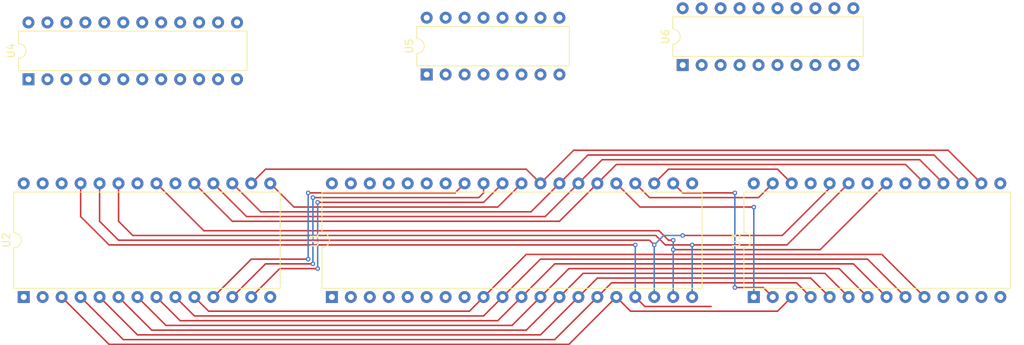
<source format=kicad_pcb>
(kicad_pcb (version 20221018) (generator pcbnew)
  (layers (0 "F.Cu" signal) (31 "B.Cu" signal) (34 "B.Paste" user) (35 "F.Paste" user) (36 "B.SilkS" user "B.Silkscreen") (37 "F.SilkS" user "F.Silkscreen") (38 "B.Mask" user) (39 "F.Mask" user) (44 "Edge.Cuts" user))
  (net 0 "")
  (net 2 "VCC")
  (net 3 "/CLOCKB")
  (net 6 "/A0")
  (net 7 "/A1")
  (net 8 "/A2")
  (net 9 "/A3")
  (net 10 "/A4")
  (net 11 "/A5")
  (net 12 "/A6")
  (net 13 "/A7")
  (net 14 "/A8")
  (net 15 "/A9")
  (net 16 "/A10")
  (net 17 "/A11")
  (net 18 "GND")
  (net 19 "/A12")
  (net 20 "/A13")
  (net 21 "/A14")
  (net 22 "/A15")
  (net 23 "/D7")
  (net 24 "/D6")
  (net 25 "/D5")
  (net 26 "/D4")
  (net 27 "/D3")
  (net 28 "/D2")
  (net 29 "/D1")
  (net 30 "/D0")
  (net 31 "/RWB")
  (net 33 "/CLOCK")
  (net 36 "/RES")
  (net 37 "/CS_RAM")
  (net 38 "/QOE")
  (net 39 "/QWE_RAM")
  (net 40 "/CS_ROM")
  (net 42 "/D8")
  (net 43 "/D9")
  (net 44 "/D10")
  (net 45 "/D11")
  (net 46 "/D12")
  (net 47 "/D13")
  (net 48 "/D14")
  (net 49 "/D15")
  (net 50 "/IO_SEL")
  (footprint "Package_DIP:DIP-28_W15.24mm" (layer "F.Cu") (at 24.765 62.23 90)
    (fp_text reference "U2" (at 7.62 -2.33 90) (layer "F.SilkS"))
    (fp_text value "HM62256BLP")
    (fp_line (start 1.16 -1.33) (end 1.16 34.35) (stroke (width 0.12)) (layer "F.SilkS"))
    (fp_line (start 1.16 34.35) (end 14.08 34.35) (stroke (width 0.12)) (layer "F.SilkS"))
    (fp_line (start 6.62 -1.33) (end 1.16 -1.33) (stroke (width 0.12)) (layer "F.SilkS"))
    (fp_line (start 14.08 -1.33) (end 8.62 -1.33) (stroke (width 0.12)) (layer "F.SilkS"))
    (fp_line (start 14.08 34.35) (end 14.08 -1.33) (stroke (width 0.12)) (layer "F.SilkS"))
    (fp_arc (start 8.62 -1.33) (mid 7.62 -0.33) (end 6.62 -1.33) (stroke (width 0.12)) (layer "F.SilkS"))
    (pad "1" thru_hole rect (at 0 0 90) (size 1.6 1.6) (drill 0.8) (layers "*.Cu" "*.Mask") (net 21 "/A14"))
    (pad "2" thru_hole oval (at 0 2.54 90) (size 1.6 1.6) (drill 0.8) (layers "*.Cu" "*.Mask") (net 19 "/A12"))
    (pad "3" thru_hole oval (at 0 5.08 90) (size 1.6 1.6) (drill 0.8) (layers "*.Cu" "*.Mask") (net 13 "/A7"))
    (pad "4" thru_hole oval (at 0 7.62 90) (size 1.6 1.6) (drill 0.8) (layers "*.Cu" "*.Mask") (net 12 "/A6"))
    (pad "5" thru_hole oval (at 0 10.16 90) (size 1.6 1.6) (drill 0.8) (layers "*.Cu" "*.Mask") (net 11 "/A5"))
    (pad "6" thru_hole oval (at 0 12.7 90) (size 1.6 1.6) (drill 0.8) (layers "*.Cu" "*.Mask") (net 10 "/A4"))
    (pad "7" thru_hole oval (at 0 15.24 90) (size 1.6 1.6) (drill 0.8) (layers "*.Cu" "*.Mask") (net 9 "/A3"))
    (pad "8" thru_hole oval (at 0 17.78 90) (size 1.6 1.6) (drill 0.8) (layers "*.Cu" "*.Mask") (net 8 "/A2"))
    (pad "9" thru_hole oval (at 0 20.32 90) (size 1.6 1.6) (drill 0.8) (layers "*.Cu" "*.Mask") (net 7 "/A1"))
    (pad "10" thru_hole oval (at 0 22.86 90) (size 1.6 1.6) (drill 0.8) (layers "*.Cu" "*.Mask") (net 6 "/A0"))
    (pad "11" thru_hole oval (at 0 25.4 90) (size 1.6 1.6) (drill 0.8) (layers "*.Cu" "*.Mask") (net 30 "/D0"))
    (pad "12" thru_hole oval (at 0 27.94 90) (size 1.6 1.6) (drill 0.8) (layers "*.Cu" "*.Mask") (net 29 "/D1"))
    (pad "13" thru_hole oval (at 0 30.48 90) (size 1.6 1.6) (drill 0.8) (layers "*.Cu" "*.Mask") (net 28 "/D2"))
    (pad "14" thru_hole oval (at 0 33.02 90) (size 1.6 1.6) (drill 0.8) (layers "*.Cu" "*.Mask") (net 18 "GND"))
    (pad "15" thru_hole oval (at 15.24 33.02 90) (size 1.6 1.6) (drill 0.8) (layers "*.Cu" "*.Mask") (net 27 "/D3"))
    (pad "16" thru_hole oval (at 15.24 30.48 90) (size 1.6 1.6) (drill 0.8) (layers "*.Cu" "*.Mask") (net 26 "/D4"))
    (pad "17" thru_hole oval (at 15.24 27.94 90) (size 1.6 1.6) (drill 0.8) (layers "*.Cu" "*.Mask") (net 25 "/D5"))
    (pad "18" thru_hole oval (at 15.24 25.4 90) (size 1.6 1.6) (drill 0.8) (layers "*.Cu" "*.Mask") (net 24 "/D6"))
    (pad "19" thru_hole oval (at 15.24 22.86 90) (size 1.6 1.6) (drill 0.8) (layers "*.Cu" "*.Mask") (net 23 "/D7"))
    (pad "20" thru_hole oval (at 15.24 20.32 90) (size 1.6 1.6) (drill 0.8) (layers "*.Cu" "*.Mask") (net 37 "/CS_RAM"))
    (pad "21" thru_hole oval (at 15.24 17.78 90) (size 1.6 1.6) (drill 0.8) (layers "*.Cu" "*.Mask") (net 16 "/A10"))
    (pad "22" thru_hole oval (at 15.24 15.24 90) (size 1.6 1.6) (drill 0.8) (layers "*.Cu" "*.Mask") (net 38 "/QOE"))
    (pad "23" thru_hole oval (at 15.24 12.7 90) (size 1.6 1.6) (drill 0.8) (layers "*.Cu" "*.Mask") (net 17 "/A11"))
    (pad "24" thru_hole oval (at 15.24 10.16 90) (size 1.6 1.6) (drill 0.8) (layers "*.Cu" "*.Mask") (net 15 "/A9"))
    (pad "25" thru_hole oval (at 15.24 7.62 90) (size 1.6 1.6) (drill 0.8) (layers "*.Cu" "*.Mask") (net 14 "/A8"))
    (pad "26" thru_hole oval (at 15.24 5.08 90) (size 1.6 1.6) (drill 0.8) (layers "*.Cu" "*.Mask") (net 20 "/A13"))
    (pad "27" thru_hole oval (at 15.24 2.54 90) (size 1.6 1.6) (drill 0.8) (layers "*.Cu" "*.Mask") (net 39 "/QWE_RAM"))
    (pad "28" thru_hole oval (at 15.24 0 90) (size 1.6 1.6) (drill 0.8) (layers "*.Cu" "*.Mask") (net 2 "VCC"))
  )
  (footprint "Package_DIP:DIP-28_W15.24mm" (layer "F.Cu") (at 122.555 62.23 90)
    (fp_text reference "U3" (at 7.62 -2.33 90) (layer "F.SilkS"))
    (fp_text value "27C512")
    (fp_line (start 1.16 -1.33) (end 1.16 34.35) (stroke (width 0.12)) (layer "F.SilkS"))
    (fp_line (start 1.16 34.35) (end 14.08 34.35) (stroke (width 0.12)) (layer "F.SilkS"))
    (fp_line (start 6.62 -1.33) (end 1.16 -1.33) (stroke (width 0.12)) (layer "F.SilkS"))
    (fp_line (start 14.08 -1.33) (end 8.62 -1.33) (stroke (width 0.12)) (layer "F.SilkS"))
    (fp_line (start 14.08 34.35) (end 14.08 -1.33) (stroke (width 0.12)) (layer "F.SilkS"))
    (fp_arc (start 8.62 -1.33) (mid 7.62 -0.33) (end 6.62 -1.33) (stroke (width 0.12)) (layer "F.SilkS"))
    (pad "1" thru_hole rect (at 0 0 90) (size 1.6 1.6) (drill 0.8) (layers "*.Cu" "*.Mask") (net 22 "/A15"))
    (pad "2" thru_hole oval (at 0 2.54 90) (size 1.6 1.6) (drill 0.8) (layers "*.Cu" "*.Mask") (net 19 "/A12"))
    (pad "3" thru_hole oval (at 0 5.08 90) (size 1.6 1.6) (drill 0.8) (layers "*.Cu" "*.Mask") (net 13 "/A7"))
    (pad "4" thru_hole oval (at 0 7.62 90) (size 1.6 1.6) (drill 0.8) (layers "*.Cu" "*.Mask") (net 12 "/A6"))
    (pad "5" thru_hole oval (at 0 10.16 90) (size 1.6 1.6) (drill 0.8) (layers "*.Cu" "*.Mask") (net 11 "/A5"))
    (pad "6" thru_hole oval (at 0 12.7 90) (size 1.6 1.6) (drill 0.8) (layers "*.Cu" "*.Mask") (net 10 "/A4"))
    (pad "7" thru_hole oval (at 0 15.24 90) (size 1.6 1.6) (drill 0.8) (layers "*.Cu" "*.Mask") (net 9 "/A3"))
    (pad "8" thru_hole oval (at 0 17.78 90) (size 1.6 1.6) (drill 0.8) (layers "*.Cu" "*.Mask") (net 8 "/A2"))
    (pad "9" thru_hole oval (at 0 20.32 90) (size 1.6 1.6) (drill 0.8) (layers "*.Cu" "*.Mask") (net 7 "/A1"))
    (pad "10" thru_hole oval (at 0 22.86 90) (size 1.6 1.6) (drill 0.8) (layers "*.Cu" "*.Mask") (net 6 "/A0"))
    (pad "11" thru_hole oval (at 0 25.4 90) (size 1.6 1.6) (drill 0.8) (layers "*.Cu" "*.Mask") (net 30 "/D0"))
    (pad "12" thru_hole oval (at 0 27.94 90) (size 1.6 1.6) (drill 0.8) (layers "*.Cu" "*.Mask") (net 29 "/D1"))
    (pad "13" thru_hole oval (at 0 30.48 90) (size 1.6 1.6) (drill 0.8) (layers "*.Cu" "*.Mask") (net 28 "/D2"))
    (pad "14" thru_hole oval (at 0 33.02 90) (size 1.6 1.6) (drill 0.8) (layers "*.Cu" "*.Mask") (net 18 "GND"))
    (pad "15" thru_hole oval (at 15.24 33.02 90) (size 1.6 1.6) (drill 0.8) (layers "*.Cu" "*.Mask") (net 27 "/D3"))
    (pad "16" thru_hole oval (at 15.24 30.48 90) (size 1.6 1.6) (drill 0.8) (layers "*.Cu" "*.Mask") (net 26 "/D4"))
    (pad "17" thru_hole oval (at 15.24 27.94 90) (size 1.6 1.6) (drill 0.8) (layers "*.Cu" "*.Mask") (net 25 "/D5"))
    (pad "18" thru_hole oval (at 15.24 25.4 90) (size 1.6 1.6) (drill 0.8) (layers "*.Cu" "*.Mask") (net 24 "/D6"))
    (pad "19" thru_hole oval (at 15.24 22.86 90) (size 1.6 1.6) (drill 0.8) (layers "*.Cu" "*.Mask") (net 23 "/D7"))
    (pad "20" thru_hole oval (at 15.24 20.32 90) (size 1.6 1.6) (drill 0.8) (layers "*.Cu" "*.Mask") (net 40 "/CS_ROM"))
    (pad "21" thru_hole oval (at 15.24 17.78 90) (size 1.6 1.6) (drill 0.8) (layers "*.Cu" "*.Mask") (net 16 "/A10"))
    (pad "22" thru_hole oval (at 15.24 15.24 90) (size 1.6 1.6) (drill 0.8) (layers "*.Cu" "*.Mask") (net 38 "/QOE"))
    (pad "23" thru_hole oval (at 15.24 12.7 90) (size 1.6 1.6) (drill 0.8) (layers "*.Cu" "*.Mask") (net 17 "/A11"))
    (pad "24" thru_hole oval (at 15.24 10.16 90) (size 1.6 1.6) (drill 0.8) (layers "*.Cu" "*.Mask") (net 15 "/A9"))
    (pad "25" thru_hole oval (at 15.24 7.62 90) (size 1.6 1.6) (drill 0.8) (layers "*.Cu" "*.Mask") (net 14 "/A8"))
    (pad "26" thru_hole oval (at 15.24 5.08 90) (size 1.6 1.6) (drill 0.8) (layers "*.Cu" "*.Mask") (net 20 "/A13"))
    (pad "27" thru_hole oval (at 15.24 2.54 90) (size 1.6 1.6) (drill 0.8) (layers "*.Cu" "*.Mask") (net 21 "/A14"))
    (pad "28" thru_hole oval (at 15.24 0 90) (size 1.6 1.6) (drill 0.8) (layers "*.Cu" "*.Mask") (net 2 "VCC"))
  )
  (footprint "Package_DIP:DIP-16_W7.62mm" (layer "F.Cu") (at 78.74 32.385 90)
    (fp_text reference "U5" (at 3.81 -2.33 90) (layer "F.SilkS"))
    (fp_text value "74LS138")
    (fp_line (start 1.16 -1.33) (end 1.16 19.11) (stroke (width 0.12)) (layer "F.SilkS"))
    (fp_line (start 1.16 19.11) (end 6.46 19.11) (stroke (width 0.12)) (layer "F.SilkS"))
    (fp_line (start 2.81 -1.33) (end 1.16 -1.33) (stroke (width 0.12)) (layer "F.SilkS"))
    (fp_line (start 6.46 -1.33) (end 4.81 -1.33) (stroke (width 0.12)) (layer "F.SilkS"))
    (fp_line (start 6.46 19.11) (end 6.46 -1.33) (stroke (width 0.12)) (layer "F.SilkS"))
    (fp_arc (start 4.81 -1.33) (mid 3.81 -0.33) (end 2.81 -1.33) (stroke (width 0.12)) (layer "F.SilkS"))
    (pad "1" thru_hole rect (at 0 0 90) (size 1.6 1.6) (drill 0.8) (layers "*.Cu" "*.Mask"))
    (pad "2" thru_hole oval (at 0 2.54 90) (size 1.6 1.6) (drill 0.8) (layers "*.Cu" "*.Mask"))
    (pad "3" thru_hole oval (at 0 5.08 90) (size 1.6 1.6) (drill 0.8) (layers "*.Cu" "*.Mask"))
    (pad "4" thru_hole oval (at 0 7.62 90) (size 1.6 1.6) (drill 0.8) (layers "*.Cu" "*.Mask"))
    (pad "5" thru_hole oval (at 0 10.16 90) (size 1.6 1.6) (drill 0.8) (layers "*.Cu" "*.Mask"))
    (pad "6" thru_hole oval (at 0 12.7 90) (size 1.6 1.6) (drill 0.8) (layers "*.Cu" "*.Mask"))
    (pad "7" thru_hole oval (at 0 15.24 90) (size 1.6 1.6) (drill 0.8) (layers "*.Cu" "*.Mask"))
    (pad "8" thru_hole oval (at 0 17.78 90) (size 1.6 1.6) (drill 0.8) (layers "*.Cu" "*.Mask") (net 18 "GND"))
    (pad "9" thru_hole oval (at 7.62 17.78 90) (size 1.6 1.6) (drill 0.8) (layers "*.Cu" "*.Mask"))
    (pad "10" thru_hole oval (at 7.62 15.24 90) (size 1.6 1.6) (drill 0.8) (layers "*.Cu" "*.Mask"))
    (pad "11" thru_hole oval (at 7.62 12.7 90) (size 1.6 1.6) (drill 0.8) (layers "*.Cu" "*.Mask"))
    (pad "12" thru_hole oval (at 7.62 10.16 90) (size 1.6 1.6) (drill 0.8) (layers "*.Cu" "*.Mask"))
    (pad "13" thru_hole oval (at 7.62 7.62 90) (size 1.6 1.6) (drill 0.8) (layers "*.Cu" "*.Mask"))
    (pad "14" thru_hole oval (at 7.62 5.08 90) (size 1.6 1.6) (drill 0.8) (layers "*.Cu" "*.Mask"))
    (pad "15" thru_hole oval (at 7.62 2.54 90) (size 1.6 1.6) (drill 0.8) (layers "*.Cu" "*.Mask"))
    (pad "16" thru_hole oval (at 7.62 0 90) (size 1.6 1.6) (drill 0.8) (layers "*.Cu" "*.Mask") (net 2 "VCC"))
  )
  (footprint "Package_DIP:DIP-20_W7.62mm" (layer "F.Cu") (at 113.03 31.115 90)
    (fp_text reference "U6" (at 3.81 -2.33 90) (layer "F.SilkS"))
    (fp_text value "74HCT574")
    (fp_line (start 1.16 -1.33) (end 1.16 24.19) (stroke (width 0.12)) (layer "F.SilkS"))
    (fp_line (start 1.16 24.19) (end 6.46 24.19) (stroke (width 0.12)) (layer "F.SilkS"))
    (fp_line (start 2.81 -1.33) (end 1.16 -1.33) (stroke (width 0.12)) (layer "F.SilkS"))
    (fp_line (start 6.46 -1.33) (end 4.81 -1.33) (stroke (width 0.12)) (layer "F.SilkS"))
    (fp_line (start 6.46 24.19) (end 6.46 -1.33) (stroke (width 0.12)) (layer "F.SilkS"))
    (fp_arc (start 4.81 -1.33) (mid 3.81 -0.33) (end 2.81 -1.33) (stroke (width 0.12)) (layer "F.SilkS"))
    (pad "1" thru_hole rect (at 0 0 90) (size 1.6 1.6) (drill 0.8) (layers "*.Cu" "*.Mask"))
    (pad "2" thru_hole oval (at 0 2.54 90) (size 1.6 1.6) (drill 0.8) (layers "*.Cu" "*.Mask"))
    (pad "3" thru_hole oval (at 0 5.08 90) (size 1.6 1.6) (drill 0.8) (layers "*.Cu" "*.Mask"))
    (pad "4" thru_hole oval (at 0 7.62 90) (size 1.6 1.6) (drill 0.8) (layers "*.Cu" "*.Mask"))
    (pad "5" thru_hole oval (at 0 10.16 90) (size 1.6 1.6) (drill 0.8) (layers "*.Cu" "*.Mask"))
    (pad "6" thru_hole oval (at 0 12.7 90) (size 1.6 1.6) (drill 0.8) (layers "*.Cu" "*.Mask"))
    (pad "7" thru_hole oval (at 0 15.24 90) (size 1.6 1.6) (drill 0.8) (layers "*.Cu" "*.Mask"))
    (pad "8" thru_hole oval (at 0 17.78 90) (size 1.6 1.6) (drill 0.8) (layers "*.Cu" "*.Mask"))
    (pad "9" thru_hole oval (at 0 20.32 90) (size 1.6 1.6) (drill 0.8) (layers "*.Cu" "*.Mask"))
    (pad "10" thru_hole oval (at 0 22.86 90) (size 1.6 1.6) (drill 0.8) (layers "*.Cu" "*.Mask") (net 18 "GND"))
    (pad "11" thru_hole oval (at 7.62 22.86 90) (size 1.6 1.6) (drill 0.8) (layers "*.Cu" "*.Mask"))
    (pad "12" thru_hole oval (at 7.62 20.32 90) (size 1.6 1.6) (drill 0.8) (layers "*.Cu" "*.Mask"))
    (pad "13" thru_hole oval (at 7.62 17.78 90) (size 1.6 1.6) (drill 0.8) (layers "*.Cu" "*.Mask"))
    (pad "14" thru_hole oval (at 7.62 15.24 90) (size 1.6 1.6) (drill 0.8) (layers "*.Cu" "*.Mask"))
    (pad "15" thru_hole oval (at 7.62 12.7 90) (size 1.6 1.6) (drill 0.8) (layers "*.Cu" "*.Mask"))
    (pad "16" thru_hole oval (at 7.62 10.16 90) (size 1.6 1.6) (drill 0.8) (layers "*.Cu" "*.Mask"))
    (pad "17" thru_hole oval (at 7.62 7.62 90) (size 1.6 1.6) (drill 0.8) (layers "*.Cu" "*.Mask"))
    (pad "18" thru_hole oval (at 7.62 5.08 90) (size 1.6 1.6) (drill 0.8) (layers "*.Cu" "*.Mask"))
    (pad "19" thru_hole oval (at 7.62 2.54 90) (size 1.6 1.6) (drill 0.8) (layers "*.Cu" "*.Mask"))
    (pad "20" thru_hole oval (at 7.62 0 90) (size 1.6 1.6) (drill 0.8) (layers "*.Cu" "*.Mask") (net 2 "VCC"))
  )
  (footprint "Package_DIP:DIP-40_W15.24mm" (layer "F.Cu") (at 66.04 62.23 90)
    (fp_text reference "U1" (at 7.62 -2.33 90) (layer "F.SilkS"))
    (fp_text value "W65C02SxP")
    (fp_line (start 1.16 -1.33) (end 1.16 49.59) (stroke (width 0.12)) (layer "F.SilkS"))
    (fp_line (start 1.16 49.59) (end 14.08 49.59) (stroke (width 0.12)) (layer "F.SilkS"))
    (fp_line (start 6.62 -1.33) (end 1.16 -1.33) (stroke (width 0.12)) (layer "F.SilkS"))
    (fp_line (start 14.08 -1.33) (end 8.62 -1.33) (stroke (width 0.12)) (layer "F.SilkS"))
    (fp_line (start 14.08 49.59) (end 14.08 -1.33) (stroke (width 0.12)) (layer "F.SilkS"))
    (fp_arc (start 8.62 -1.33) (mid 7.62 -0.33) (end 6.62 -1.33) (stroke (width 0.12)) (layer "F.SilkS"))
    (pad "1" thru_hole rect (at 0 0 90) (size 1.6 1.6) (drill 0.8) (layers "*.Cu" "*.Mask"))
    (pad "2" thru_hole oval (at 0 2.54 90) (size 1.6 1.6) (drill 0.8) (layers "*.Cu" "*.Mask") (net 2 "VCC"))
    (pad "3" thru_hole oval (at 0 5.08 90) (size 1.6 1.6) (drill 0.8) (layers "*.Cu" "*.Mask") (net 3 "/CLOCKB"))
    (pad "4" thru_hole oval (at 0 7.62 90) (size 1.6 1.6) (drill 0.8) (layers "*.Cu" "*.Mask") (net 2 "VCC"))
    (pad "5" thru_hole oval (at 0 10.16 90) (size 1.6 1.6) (drill 0.8) (layers "*.Cu" "*.Mask"))
    (pad "6" thru_hole oval (at 0 12.7 90) (size 1.6 1.6) (drill 0.8) (layers "*.Cu" "*.Mask") (net 2 "VCC"))
    (pad "7" thru_hole oval (at 0 15.24 90) (size 1.6 1.6) (drill 0.8) (layers "*.Cu" "*.Mask"))
    (pad "8" thru_hole oval (at 0 17.78 90) (size 1.6 1.6) (drill 0.8) (layers "*.Cu" "*.Mask") (net 2 "VCC"))
    (pad "9" thru_hole oval (at 0 20.32 90) (size 1.6 1.6) (drill 0.8) (layers "*.Cu" "*.Mask") (net 6 "/A0"))
    (pad "10" thru_hole oval (at 0 22.86 90) (size 1.6 1.6) (drill 0.8) (layers "*.Cu" "*.Mask") (net 7 "/A1"))
    (pad "11" thru_hole oval (at 0 25.4 90) (size 1.6 1.6) (drill 0.8) (layers "*.Cu" "*.Mask") (net 8 "/A2"))
    (pad "12" thru_hole oval (at 0 27.94 90) (size 1.6 1.6) (drill 0.8) (layers "*.Cu" "*.Mask") (net 9 "/A3"))
    (pad "13" thru_hole oval (at 0 30.48 90) (size 1.6 1.6) (drill 0.8) (layers "*.Cu" "*.Mask") (net 10 "/A4"))
    (pad "14" thru_hole oval (at 0 33.02 90) (size 1.6 1.6) (drill 0.8) (layers "*.Cu" "*.Mask") (net 11 "/A5"))
    (pad "15" thru_hole oval (at 0 35.56 90) (size 1.6 1.6) (drill 0.8) (layers "*.Cu" "*.Mask") (net 12 "/A6"))
    (pad "16" thru_hole oval (at 0 38.1 90) (size 1.6 1.6) (drill 0.8) (layers "*.Cu" "*.Mask") (net 13 "/A7"))
    (pad "17" thru_hole oval (at 0 40.64 90) (size 1.6 1.6) (drill 0.8) (layers "*.Cu" "*.Mask") (net 14 "/A8"))
    (pad "18" thru_hole oval (at 0 43.18 90) (size 1.6 1.6) (drill 0.8) (layers "*.Cu" "*.Mask") (net 15 "/A9"))
    (pad "19" thru_hole oval (at 0 45.72 90) (size 1.6 1.6) (drill 0.8) (layers "*.Cu" "*.Mask") (net 16 "/A10"))
    (pad "20" thru_hole oval (at 0 48.26 90) (size 1.6 1.6) (drill 0.8) (layers "*.Cu" "*.Mask") (net 17 "/A11"))
    (pad "21" thru_hole oval (at 15.24 48.26 90) (size 1.6 1.6) (drill 0.8) (layers "*.Cu" "*.Mask") (net 18 "GND"))
    (pad "22" thru_hole oval (at 15.24 45.72 90) (size 1.6 1.6) (drill 0.8) (layers "*.Cu" "*.Mask") (net 19 "/A12"))
    (pad "23" thru_hole oval (at 15.24 43.18 90) (size 1.6 1.6) (drill 0.8) (layers "*.Cu" "*.Mask") (net 20 "/A13"))
    (pad "24" thru_hole oval (at 15.24 40.64 90) (size 1.6 1.6) (drill 0.8) (layers "*.Cu" "*.Mask") (net 21 "/A14"))
    (pad "25" thru_hole oval (at 15.24 38.1 90) (size 1.6 1.6) (drill 0.8) (layers "*.Cu" "*.Mask") (net 22 "/A15"))
    (pad "26" thru_hole oval (at 15.24 35.56 90) (size 1.6 1.6) (drill 0.8) (layers "*.Cu" "*.Mask") (net 23 "/D7"))
    (pad "27" thru_hole oval (at 15.24 33.02 90) (size 1.6 1.6) (drill 0.8) (layers "*.Cu" "*.Mask") (net 24 "/D6"))
    (pad "28" thru_hole oval (at 15.24 30.48 90) (size 1.6 1.6) (drill 0.8) (layers "*.Cu" "*.Mask") (net 25 "/D5"))
    (pad "29" thru_hole oval (at 15.24 27.94 90) (size 1.6 1.6) (drill 0.8) (layers "*.Cu" "*.Mask") (net 26 "/D4"))
    (pad "30" thru_hole oval (at 15.24 25.4 90) (size 1.6 1.6) (drill 0.8) (layers "*.Cu" "*.Mask") (net 27 "/D3"))
    (pad "31" thru_hole oval (at 15.24 22.86 90) (size 1.6 1.6) (drill 0.8) (layers "*.Cu" "*.Mask") (net 28 "/D2"))
    (pad "32" thru_hole oval (at 15.24 20.32 90) (size 1.6 1.6) (drill 0.8) (layers "*.Cu" "*.Mask") (net 29 "/D1"))
    (pad "33" thru_hole oval (at 15.24 17.78 90) (size 1.6 1.6) (drill 0.8) (layers "*.Cu" "*.Mask") (net 30 "/D0"))
    (pad "34" thru_hole oval (at 15.24 15.24 90) (size 1.6 1.6) (drill 0.8) (layers "*.Cu" "*.Mask") (net 31 "/RWB"))
    (pad "35" thru_hole oval (at 15.24 12.7 90) (size 1.6 1.6) (drill 0.8) (layers "*.Cu" "*.Mask"))
    (pad "36" thru_hole oval (at 15.24 10.16 90) (size 1.6 1.6) (drill 0.8) (layers "*.Cu" "*.Mask") (net 2 "VCC"))
    (pad "37" thru_hole oval (at 15.24 7.62 90) (size 1.6 1.6) (drill 0.8) (layers "*.Cu" "*.Mask") (net 33 "/CLOCK"))
    (pad "38" thru_hole oval (at 15.24 5.08 90) (size 1.6 1.6) (drill 0.8) (layers "*.Cu" "*.Mask"))
    (pad "39" thru_hole oval (at 15.24 2.54 90) (size 1.6 1.6) (drill 0.8) (layers "*.Cu" "*.Mask"))
    (pad "40" thru_hole oval (at 15.24 0 90) (size 1.6 1.6) (drill 0.8) (layers "*.Cu" "*.Mask") (net 36 "/RES"))
  )
  (footprint "Package_DIP:DIP-24_W7.62mm" (layer "F.Cu") (at 25.4 33.02 90)
    (fp_text reference "U4" (at 3.81 -2.33 90) (layer "F.SilkS"))
    (fp_text value "PAL20RS10")
    (fp_line (start 1.16 -1.33) (end 1.16 29.27) (stroke (width 0.12)) (layer "F.SilkS"))
    (fp_line (start 1.16 29.27) (end 6.46 29.27) (stroke (width 0.12)) (layer "F.SilkS"))
    (fp_line (start 2.81 -1.33) (end 1.16 -1.33) (stroke (width 0.12)) (layer "F.SilkS"))
    (fp_line (start 6.46 -1.33) (end 4.81 -1.33) (stroke (width 0.12)) (layer "F.SilkS"))
    (fp_line (start 6.46 29.27) (end 6.46 -1.33) (stroke (width 0.12)) (layer "F.SilkS"))
    (fp_arc (start 4.81 -1.33) (mid 3.81 -0.33) (end 2.81 -1.33) (stroke (width 0.12)) (layer "F.SilkS"))
    (pad "1" thru_hole rect (at 0 0 90) (size 1.6 1.6) (drill 0.8) (layers "*.Cu" "*.Mask") (net 33 "/CLOCK"))
    (pad "2" thru_hole oval (at 0 2.54 90) (size 1.6 1.6) (drill 0.8) (layers "*.Cu" "*.Mask") (net 31 "/RWB"))
    (pad "3" thru_hole oval (at 0 5.08 90) (size 1.6 1.6) (drill 0.8) (layers "*.Cu" "*.Mask"))
    (pad "4" thru_hole oval (at 0 7.62 90) (size 1.6 1.6) (drill 0.8) (layers "*.Cu" "*.Mask") (net 42 "/D8"))
    (pad "5" thru_hole oval (at 0 10.16 90) (size 1.6 1.6) (drill 0.8) (layers "*.Cu" "*.Mask") (net 43 "/D9"))
    (pad "6" thru_hole oval (at 0 12.7 90) (size 1.6 1.6) (drill 0.8) (layers "*.Cu" "*.Mask") (net 44 "/D10"))
    (pad "7" thru_hole oval (at 0 15.24 90) (size 1.6 1.6) (drill 0.8) (layers "*.Cu" "*.Mask") (net 45 "/D11"))
    (pad "8" thru_hole oval (at 0 17.78 90) (size 1.6 1.6) (drill 0.8) (layers "*.Cu" "*.Mask") (net 46 "/D12"))
    (pad "9" thru_hole oval (at 0 20.32 90) (size 1.6 1.6) (drill 0.8) (layers "*.Cu" "*.Mask") (net 47 "/D13"))
    (pad "10" thru_hole oval (at 0 22.86 90) (size 1.6 1.6) (drill 0.8) (layers "*.Cu" "*.Mask") (net 48 "/D14"))
    (pad "11" thru_hole oval (at 0 25.4 90) (size 1.6 1.6) (drill 0.8) (layers "*.Cu" "*.Mask") (net 49 "/D15"))
    (pad "12" thru_hole oval (at 0 27.94 90) (size 1.6 1.6) (drill 0.8) (layers "*.Cu" "*.Mask") (net 18 "GND"))
    (pad "13" thru_hole oval (at 7.62 27.94 90) (size 1.6 1.6) (drill 0.8) (layers "*.Cu" "*.Mask") (net 18 "GND"))
    (pad "14" thru_hole oval (at 7.62 25.4 90) (size 1.6 1.6) (drill 0.8) (layers "*.Cu" "*.Mask") (net 40 "/CS_ROM"))
    (pad "15" thru_hole oval (at 7.62 22.86 90) (size 1.6 1.6) (drill 0.8) (layers "*.Cu" "*.Mask") (net 37 "/CS_RAM"))
    (pad "16" thru_hole oval (at 7.62 20.32 90) (size 1.6 1.6) (drill 0.8) (layers "*.Cu" "*.Mask") (net 50 "/IO_SEL"))
    (pad "17" thru_hole oval (at 7.62 17.78 90) (size 1.6 1.6) (drill 0.8) (layers "*.Cu" "*.Mask") (net 38 "/QOE"))
    (pad "18" thru_hole oval (at 7.62 15.24 90) (size 1.6 1.6) (drill 0.8) (layers "*.Cu" "*.Mask") (net 39 "/QWE_RAM"))
    (pad "19" thru_hole oval (at 7.62 12.7 90) (size 1.6 1.6) (drill 0.8) (layers "*.Cu" "*.Mask"))
    (pad "20" thru_hole oval (at 7.62 10.16 90) (size 1.6 1.6) (drill 0.8) (layers "*.Cu" "*.Mask"))
    (pad "21" thru_hole oval (at 7.62 7.62 90) (size 1.6 1.6) (drill 0.8) (layers "*.Cu" "*.Mask"))
    (pad "22" thru_hole oval (at 7.62 5.08 90) (size 1.6 1.6) (drill 0.8) (layers "*.Cu" "*.Mask"))
    (pad "23" thru_hole oval (at 7.62 2.54 90) (size 1.6 1.6) (drill 0.8) (layers "*.Cu" "*.Mask"))
    (pad "24" thru_hole oval (at 7.62 0 90) (size 1.6 1.6) (drill 0.8) (layers "*.Cu" "*.Mask") (net 2 "VCC"))
  )
  (segment (start 49.53 64.135) (end 84.455 64.135) (width 0.2) (layer "F.Cu") (net 6))
  (segment (start 84.455 64.135) (end 86.36 62.23) (width 0.2) (layer "F.Cu") (net 6))
  (segment (start 47.625 62.23) (end 46.99 62.23) (width 0.2) (layer "F.Cu") (net 6))
  (segment (start 86.36 62.23) (end 92.075 56.515) (width 0.2) (layer "F.Cu") (net 6))
  (segment (start 92.075 56.515) (end 139.7 56.515) (width 0.2) (layer "F.Cu") (net 6))
  (segment (start 139.7 56.515) (end 145.415 62.23) (width 0.2) (layer "F.Cu") (net 6))
  (segment (start 47.625 62.23) (end 49.53 64.135) (width 0.2) (layer "F.Cu") (net 6))
  (segment (start 93.98 57.15) (end 137.795 57.15) (width 0.2) (layer "F.Cu") (net 7))
  (segment (start 45.085 62.23) (end 47.625 64.77) (width 0.2) (layer "F.Cu") (net 7))
  (segment (start 137.795 57.15) (end 142.875 62.23) (width 0.2) (layer "F.Cu") (net 7))
  (segment (start 86.36 64.77) (end 88.9 62.23) (width 0.2) (layer "F.Cu") (net 7))
  (segment (start 47.625 64.77) (end 86.36 64.77) (width 0.2) (layer "F.Cu") (net 7))
  (segment (start 88.9 62.23) (end 93.98 57.15) (width 0.2) (layer "F.Cu") (net 7))
  (segment (start 95.885 57.785) (end 135.89 57.785) (width 0.2) (layer "F.Cu") (net 8))
  (segment (start 91.44 62.23) (end 95.885 57.785) (width 0.2) (layer "F.Cu") (net 8))
  (segment (start 45.72 65.405) (end 88.265 65.405) (width 0.2) (layer "F.Cu") (net 8))
  (segment (start 88.265 65.405) (end 91.44 62.23) (width 0.2) (layer "F.Cu") (net 8))
  (segment (start 135.89 57.785) (end 140.335 62.23) (width 0.2) (layer "F.Cu") (net 8))
  (segment (start 42.545 62.23) (end 45.72 65.405) (width 0.2) (layer "F.Cu") (net 8))
  (segment (start 40.005 62.23) (end 43.815 66.04) (width 0.2) (layer "F.Cu") (net 9))
  (segment (start 43.815 66.04) (end 90.17 66.04) (width 0.2) (layer "F.Cu") (net 9))
  (segment (start 133.985 58.42) (end 137.795 62.23) (width 0.2) (layer "F.Cu") (net 9))
  (segment (start 90.17 66.04) (end 93.98 62.23) (width 0.2) (layer "F.Cu") (net 9))
  (segment (start 97.79 58.42) (end 133.985 58.42) (width 0.2) (layer "F.Cu") (net 9))
  (segment (start 93.98 62.23) (end 97.79 58.42) (width 0.2) (layer "F.Cu") (net 9))
  (segment (start 96.52 62.23) (end 99.695 59.055) (width 0.2) (layer "F.Cu") (net 10))
  (segment (start 99.695 59.055) (end 132.08 59.055) (width 0.2) (layer "F.Cu") (net 10))
  (segment (start 92.075 66.675) (end 96.52 62.23) (width 0.2) (layer "F.Cu") (net 10))
  (segment (start 132.08 59.055) (end 135.255 62.23) (width 0.2) (layer "F.Cu") (net 10))
  (segment (start 37.465 62.23) (end 41.91 66.675) (width 0.2) (layer "F.Cu") (net 10))
  (segment (start 41.91 66.675) (end 92.075 66.675) (width 0.2) (layer "F.Cu") (net 10))
  (segment (start 101.6 59.69) (end 130.175 59.69) (width 0.2) (layer "F.Cu") (net 11))
  (segment (start 34.925 62.23) (end 40.005 67.31) (width 0.2) (layer "F.Cu") (net 11))
  (segment (start 93.98 67.31) (end 99.06 62.23) (width 0.2) (layer "F.Cu") (net 11))
  (segment (start 99.06 62.23) (end 101.6 59.69) (width 0.2) (layer "F.Cu") (net 11))
  (segment (start 130.175 59.69) (end 132.715 62.23) (width 0.2) (layer "F.Cu") (net 11))
  (segment (start 40.005 67.31) (end 93.98 67.31) (width 0.2) (layer "F.Cu") (net 11))
  (segment (start 95.885 67.945) (end 101.6 62.23) (width 0.2) (layer "F.Cu") (net 12))
  (segment (start 103.505 60.325) (end 128.27 60.325) (width 0.2) (layer "F.Cu") (net 12))
  (segment (start 38.1 67.945) (end 95.885 67.945) (width 0.2) (layer "F.Cu") (net 12))
  (segment (start 101.6 62.23) (end 103.505 60.325) (width 0.2) (layer "F.Cu") (net 12))
  (segment (start 32.385 62.23) (end 38.1 67.945) (width 0.2) (layer "F.Cu") (net 12))
  (segment (start 128.27 60.325) (end 130.175 62.23) (width 0.2) (layer "F.Cu") (net 12))
  (segment (start 125.73 64.135) (end 127.635 62.23) (width 0.2) (layer "F.Cu") (net 13))
  (segment (start 97.79 68.58) (end 104.14 62.23) (width 0.2) (layer "F.Cu") (net 13))
  (segment (start 36.195 68.58) (end 97.79 68.58) (width 0.2) (layer "F.Cu") (net 13))
  (segment (start 104.14 62.23) (end 106.045 64.135) (width 0.2) (layer "F.Cu") (net 13))
  (segment (start 29.845 62.23) (end 36.195 68.58) (width 0.2) (layer "F.Cu") (net 13))
  (segment (start 106.045 64.135) (end 125.73 64.135) (width 0.2) (layer "F.Cu") (net 13))
  (segment (start 36.195 55.245) (end 32.385 51.435) (width 0.2) (layer "F.Cu") (net 14))
  (segment (start 32.385 51.435) (end 32.385 46.99) (width 0.2) (layer "F.Cu") (net 14))
  (segment (start 106.68 55.245) (end 36.195 55.245) (width 0.2) (layer "F.Cu") (net 14))
  (segment (start 106.68 62.23) (end 107.95 63.5) (width 0.2) (layer "F.Cu") (net 14))
  (segment (start 107.95 63.5) (end 116.84 63.5) (width 0.2) (layer "F.Cu") (net 14))
  (via (at 106.68 55.245) (size 0.6) (drill 0.3) (layers "F.Cu" "B.Cu") (net 14))
  (segment (start 106.68 55.245) (end 106.68 62.23) (width 0.2) (layer "B.Cu") (net 14))
  (segment (start 132.715 47.625) (end 132.715 46.99) (width 0.2) (layer "F.Cu") (net 15))
  (segment (start 108.585 54.61) (end 37.465 54.61) (width 0.2) (layer "F.Cu") (net 15))
  (segment (start 126.365 53.975) (end 132.715 47.625) (width 0.2) (layer "F.Cu") (net 15))
  (segment (start 34.925 52.07) (end 34.925 46.99) (width 0.2) (layer "F.Cu") (net 15))
  (segment (start 37.465 54.61) (end 34.925 52.07) (width 0.2) (layer "F.Cu") (net 15))
  (segment (start 113.03 53.975) (end 126.365 53.975) (width 0.2) (layer "F.Cu") (net 15))
  (segment (start 109.22 55.245) (end 108.585 54.61) (width 0.2) (layer "F.Cu") (net 15))
  (via (at 109.22 55.245) (size 0.6) (drill 0.3) (layers "F.Cu" "B.Cu") (net 15))
  (via (at 113.03 53.975) (size 0.6) (drill 0.3) (layers "F.Cu" "B.Cu") (net 15))
  (segment (start 110.49 53.975) (end 109.22 55.245) (width 0.2) (layer "B.Cu") (net 15))
  (segment (start 113.03 53.975) (end 110.49 53.975) (width 0.2) (layer "B.Cu") (net 15))
  (segment (start 109.22 55.245) (end 109.22 62.23) (width 0.2) (layer "B.Cu") (net 15))
  (segment (start 111.125 54.61) (end 109.855 53.34) (width 0.2) (layer "F.Cu") (net 16))
  (segment (start 111.76 54.61) (end 111.125 54.61) (width 0.2) (layer "F.Cu") (net 16))
  (segment (start 131.445 55.88) (end 140.335 46.99) (width 0.2) (layer "F.Cu") (net 16))
  (segment (start 109.855 53.34) (end 48.895 53.34) (width 0.2) (layer "F.Cu") (net 16))
  (segment (start 48.895 53.34) (end 42.545 46.99) (width 0.2) (layer "F.Cu") (net 16))
  (segment (start 111.76 55.88) (end 131.445 55.88) (width 0.2) (layer "F.Cu") (net 16))
  (via (at 111.76 55.88) (size 0.6) (drill 0.3) (layers "F.Cu" "B.Cu") (net 16))
  (via (at 111.76 54.61) (size 0.6) (drill 0.3) (layers "F.Cu" "B.Cu") (net 16))
  (segment (start 111.76 54.61) (end 111.76 62.23) (width 0.2) (layer "B.Cu") (net 16))
  (segment (start 110.703529 55.245) (end 109.433529 53.975) (width 0.2) (layer "F.Cu") (net 17))
  (segment (start 37.465 52.07) (end 37.465 46.99) (width 0.2) (layer "F.Cu") (net 17))
  (segment (start 127 55.245) (end 135.255 46.99) (width 0.2) (layer "F.Cu") (net 17))
  (segment (start 39.37 53.975) (end 37.465 52.07) (width 0.2) (layer "F.Cu") (net 17))
  (segment (start 114.3 55.245) (end 110.703529 55.245) (width 0.2) (layer "F.Cu") (net 17))
  (segment (start 114.3 55.245) (end 127 55.245) (width 0.2) (layer "F.Cu") (net 17))
  (segment (start 109.433529 53.975) (end 39.37 53.975) (width 0.2) (layer "F.Cu") (net 17))
  (via (at 114.3 55.245) (size 0.6) (drill 0.3) (layers "F.Cu" "B.Cu") (net 17))
  (segment (start 114.3 55.245) (end 114.3 62.23) (width 0.2) (layer "B.Cu") (net 17))
  (segment (start 53.975 25.4) (end 53.34 25.4) (width 0.2) (layer "B.Cu") (net 18))
  (segment (start 120.015 60.96) (end 123.825 60.96) (width 0.2) (layer "F.Cu") (net 19))
  (segment (start 123.825 60.96) (end 125.095 62.23) (width 0.2) (layer "F.Cu") (net 19))
  (segment (start 113.03 48.26) (end 120.015 48.26) (width 0.2) (layer "F.Cu") (net 19))
  (segment (start 111.76 46.99) (end 113.03 48.26) (width 0.2) (layer "F.Cu") (net 19))
  (via (at 120.015 60.96) (size 0.6) (drill 0.3) (layers "F.Cu" "B.Cu") (net 19))
  (via (at 120.015 48.26) (size 0.6) (drill 0.3) (layers "F.Cu" "B.Cu") (net 19))
  (segment (start 120.015 48.26) (end 120.015 60.96) (width 0.2) (layer "B.Cu") (net 19))
  (segment (start 111.125 45.085) (end 125.73 45.085) (width 0.2) (layer "F.Cu") (net 20))
  (segment (start 109.22 46.99) (end 111.125 45.085) (width 0.2) (layer "F.Cu") (net 20))
  (segment (start 125.73 45.085) (end 127.635 46.99) (width 0.2) (layer "F.Cu") (net 20))
  (segment (start 108.585 48.895) (end 123.19 48.895) (width 0.2) (layer "F.Cu") (net 21))
  (segment (start 123.19 48.895) (end 125.095 46.99) (width 0.2) (layer "F.Cu") (net 21))
  (segment (start 106.68 46.99) (end 108.585 48.895) (width 0.2) (layer "F.Cu") (net 21))
  (segment (start 104.14 46.99) (end 107.315 50.165) (width 0.2) (layer "F.Cu") (net 22))
  (segment (start 107.315 50.165) (end 122.555 50.165) (width 0.2) (layer "F.Cu") (net 22))
  (via (at 122.555 50.165) (size 0.6) (drill 0.3) (layers "F.Cu" "B.Cu") (net 22))
  (segment (start 122.555 50.165) (end 122.555 62.23) (width 0.2) (layer "B.Cu") (net 22))
  (segment (start 142.875 44.45) (end 145.415 46.99) (width 0.2) (layer "F.Cu") (net 23))
  (segment (start 104.14 44.45) (end 142.875 44.45) (width 0.2) (layer "F.Cu") (net 23))
  (segment (start 96.52 52.07) (end 52.705 52.07) (width 0.2) (layer "F.Cu") (net 23))
  (segment (start 101.6 46.99) (end 104.14 44.45) (width 0.2) (layer "F.Cu") (net 23))
  (segment (start 52.705 52.07) (end 47.625 46.99) (width 0.2) (layer "F.Cu") (net 23))
  (segment (start 101.6 46.99) (end 96.52 52.07) (width 0.2) (layer "F.Cu") (net 23))
  (segment (start 99.06 46.99) (end 94.615 51.435) (width 0.2) (layer "F.Cu") (net 24))
  (segment (start 99.06 46.99) (end 102.235 43.815) (width 0.2) (layer "F.Cu") (net 24))
  (segment (start 144.78 43.815) (end 147.955 46.99) (width 0.2) (layer "F.Cu") (net 24))
  (segment (start 54.61 51.435) (end 50.165 46.99) (width 0.2) (layer "F.Cu") (net 24))
  (segment (start 102.235 43.815) (end 144.78 43.815) (width 0.2) (layer "F.Cu") (net 24))
  (segment (start 94.615 51.435) (end 54.61 51.435) (width 0.2) (layer "F.Cu") (net 24))
  (segment (start 56.515 50.8) (end 52.705 46.99) (width 0.2) (layer "F.Cu") (net 25))
  (segment (start 92.71 50.8) (end 56.515 50.8) (width 0.2) (layer "F.Cu") (net 25))
  (segment (start 146.685 43.18) (end 150.495 46.99) (width 0.2) (layer "F.Cu") (net 25))
  (segment (start 100.33 43.18) (end 146.685 43.18) (width 0.2) (layer "F.Cu") (net 25))
  (segment (start 96.52 46.99) (end 92.71 50.8) (width 0.2) (layer "F.Cu") (net 25))
  (segment (start 96.52 46.99) (end 100.33 43.18) (width 0.2) (layer "F.Cu") (net 25))
  (segment (start 57.15 45.085) (end 55.245 46.99) (width 0.2) (layer "F.Cu") (net 26))
  (segment (start 93.98 46.99) (end 98.425 42.545) (width 0.2) (layer "F.Cu") (net 26))
  (segment (start 93.98 46.99) (end 92.075 45.085) (width 0.2) (layer "F.Cu") (net 26))
  (segment (start 92.075 45.085) (end 57.15 45.085) (width 0.2) (layer "F.Cu") (net 26))
  (segment (start 148.59 42.545) (end 153.035 46.99) (width 0.2) (layer "F.Cu") (net 26))
  (segment (start 98.425 42.545) (end 148.59 42.545) (width 0.2) (layer "F.Cu") (net 26))
  (segment (start 60.96 50.165) (end 57.785 46.99) (width 0.2) (layer "F.Cu") (net 27))
  (segment (start 88.265 50.165) (end 60.96 50.165) (width 0.2) (layer "F.Cu") (net 27))
  (segment (start 91.44 46.99) (end 88.265 50.165) (width 0.2) (layer "F.Cu") (net 27))
  (segment (start 88.9 46.99) (end 86.36 49.53) (width 0.2) (layer "F.Cu") (net 28))
  (segment (start 86.36 49.53) (end 64.135 49.53) (width 0.2) (layer "F.Cu") (net 28))
  (segment (start 59.055 58.42) (end 55.245 62.23) (width 0.2) (layer "F.Cu") (net 28))
  (segment (start 64.135 58.42) (end 59.055 58.42) (width 0.2) (layer "F.Cu") (net 28))
  (via (at 64.135 49.53) (size 0.6) (drill 0.3) (layers "F.Cu" "B.Cu") (net 28))
  (via (at 64.135 58.42) (size 0.6) (drill 0.3) (layers "F.Cu" "B.Cu") (net 28))
  (segment (start 64.135 49.53) (end 64.135 58.42) (width 0.2) (layer "B.Cu") (net 28))
  (segment (start 57.15 57.785) (end 52.705 62.23) (width 0.2) (layer "F.Cu") (net 29))
  (segment (start 86.36 46.99) (end 86.36 48.26) (width 0.2) (layer "F.Cu") (net 29))
  (segment (start 63.5 57.785) (end 57.15 57.785) (width 0.2) (layer "F.Cu") (net 29))
  (segment (start 86.36 48.26) (end 85.725 48.895) (width 0.2) (layer "F.Cu") (net 29))
  (segment (start 85.725 48.895) (end 63.921471 48.895) (width 0.2) (layer "F.Cu") (net 29))
  (segment (start 63.921471 48.895) (end 63.5 48.895) (width 0.2) (layer "F.Cu") (net 29))
  (via (at 63.5 57.785) (size 0.6) (drill 0.3) (layers "F.Cu" "B.Cu") (net 29))
  (via (at 63.5 48.895) (size 0.6) (drill 0.3) (layers "F.Cu" "B.Cu") (net 29))
  (segment (start 63.5 48.895) (end 63.5 57.785) (width 0.2) (layer "B.Cu") (net 29))
  (segment (start 62.865 57.15) (end 55.245 57.15) (width 0.2) (layer "F.Cu") (net 30))
  (segment (start 55.245 57.15) (end 50.165 62.23) (width 0.2) (layer "F.Cu") (net 30))
  (segment (start 83.82 46.99) (end 82.55 48.26) (width 0.2) (layer "F.Cu") (net 30))
  (segment (start 82.55 48.26) (end 62.865 48.26) (width 0.2) (layer "F.Cu") (net 30))
  (via (at 62.865 48.26) (size 0.6) (drill 0.3) (layers "F.Cu" "B.Cu") (net 30))
  (via (at 62.865 57.15) (size 0.6) (drill 0.3) (layers "F.Cu" "B.Cu") (net 30))
  (segment (start 62.865 48.26) (end 62.865 57.15) (width 0.2) (layer "B.Cu") (net 30))
)
</source>
